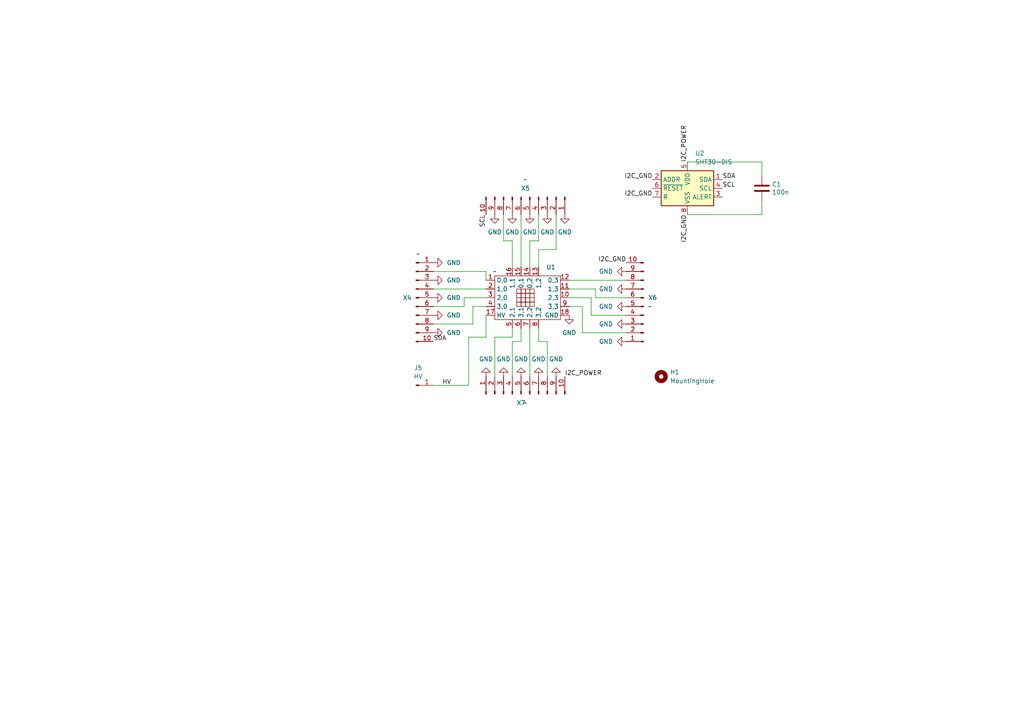
<source format=kicad_sch>
(kicad_sch (version 20230121) (generator eeschema)
  (paper "A4")
  (lib_symbols
    (symbol "Connector:Conn_01x01_Pin" (pin_names (offset 1.016) hide)
      (property "Reference" "J" (at 0 2.54 0))
      (property "Value" "Conn_01x01_Pin" (at 0 -2.54 0))
      (symbol "Conn_01x01_Pin_1_1"
        (polyline (pts (xy 1.27 0) (xy 0.8636 0)) (stroke (width 0.1524)))
        (rectangle (start 0.8636 0.127) (end 0 -0.127) (stroke (width 0.1524)) (fill (type outline)))
        (pin passive line (at 5.08 0 180) (length 3.81) (name "Pin_1") (number "1"))
      )
    )
    (symbol "Connector:Conn_01x10_Pin" (pin_names (offset 1.016) hide)
      (property "Reference" "J" (at 0 12.7 0))
      (property "Value" "Conn_01x10_Pin" (at 0 -15.24 0))
      (symbol "Conn_01x10_Pin_1_1"
        (polyline (pts (xy 1.27 -12.7) (xy 0.8636 -12.7)) (stroke (width 0.1524)))
        (polyline (pts (xy 1.27 -10.16) (xy 0.8636 -10.16)) (stroke (width 0.1524)))
        (polyline (pts (xy 1.27 -7.62) (xy 0.8636 -7.62)) (stroke (width 0.1524)))
        (polyline (pts (xy 1.27 -5.08) (xy 0.8636 -5.08)) (stroke (width 0.1524)))
        (polyline (pts (xy 1.27 -2.54) (xy 0.8636 -2.54)) (stroke (width 0.1524)))
        (polyline (pts (xy 1.27 0) (xy 0.8636 0)) (stroke (width 0.1524)))
        (polyline (pts (xy 1.27 2.54) (xy 0.8636 2.54)) (stroke (width 0.1524)))
        (polyline (pts (xy 1.27 5.08) (xy 0.8636 5.08)) (stroke (width 0.1524)))
        (polyline (pts (xy 1.27 7.62) (xy 0.8636 7.62)) (stroke (width 0.1524)))
        (polyline (pts (xy 1.27 10.16) (xy 0.8636 10.16)) (stroke (width 0.1524)))
        (rectangle (start 0.8636 -12.573) (end 0 -12.827) (stroke (width 0.1524)) (fill (type outline)))
        (rectangle (start 0.8636 -10.033) (end 0 -10.287) (stroke (width 0.1524)) (fill (type outline)))
        (rectangle (start 0.8636 -7.493) (end 0 -7.747) (stroke (width 0.1524)) (fill (type outline)))
        (rectangle (start 0.8636 -4.953) (end 0 -5.207) (stroke (width 0.1524)) (fill (type outline)))
        (rectangle (start 0.8636 -2.413) (end 0 -2.667) (stroke (width 0.1524)) (fill (type outline)))
        (rectangle (start 0.8636 0.127) (end 0 -0.127) (stroke (width 0.1524)) (fill (type outline)))
        (rectangle (start 0.8636 2.667) (end 0 2.413) (stroke (width 0.1524)) (fill (type outline)))
        (rectangle (start 0.8636 5.207) (end 0 4.953) (stroke (width 0.1524)) (fill (type outline)))
        (rectangle (start 0.8636 7.747) (end 0 7.493) (stroke (width 0.1524)) (fill (type outline)))
        (rectangle (start 0.8636 10.287) (end 0 10.033) (stroke (width 0.1524)) (fill (type outline)))
        (pin passive line (at 5.08 10.16 180) (length 3.81) (name "Pin_1") (number "1"))
        (pin passive line (at 5.08 -12.7 180) (length 3.81) (name "Pin_10") (number "10"))
        (pin passive line (at 5.08 7.62 180) (length 3.81) (name "Pin_2") (number "2"))
        (pin passive line (at 5.08 5.08 180) (length 3.81) (name "Pin_3") (number "3"))
        (pin passive line (at 5.08 2.54 180) (length 3.81) (name "Pin_4") (number "4"))
        (pin passive line (at 5.08 0 180) (length 3.81) (name "Pin_5") (number "5"))
        (pin passive line (at 5.08 -2.54 180) (length 3.81) (name "Pin_6") (number "6"))
        (pin passive line (at 5.08 -5.08 180) (length 3.81) (name "Pin_7") (number "7"))
        (pin passive line (at 5.08 -7.62 180) (length 3.81) (name "Pin_8") (number "8"))
        (pin passive line (at 5.08 -10.16 180) (length 3.81) (name "Pin_9") (number "9"))
      )
    )
    (symbol "Device:C" (pin_numbers hide) (pin_names (offset 0.254))
      (property "Reference" "C" (at 0.635 2.54 0))
      (property "Value" "C" (at 0.635 -2.54 0))
      (symbol "C_0_1"
        (polyline (pts (xy -2.032 -0.762) (xy 2.032 -0.762)) (stroke (width 0.508)))
        (polyline (pts (xy -2.032 0.762) (xy 2.032 0.762)) (stroke (width 0.508)))
      )
      (symbol "C_1_1"
        (pin passive line (at 0 3.81 270) (length 2.794) (name "~") (number "1"))
        (pin passive line (at 0 -3.81 90) (length 2.794) (name "~") (number "2"))
      )
    )
    (symbol "Mechanical:MountingHole" (pin_names (offset 1.016))
      (property "Reference" "H" (at 0 5.08 0))
      (property "Value" "MountingHole" (at 0 3.175 0))
      (symbol "MountingHole_0_1"
        (circle (center 0 0) (radius 1.27) (stroke (width 1.27)))
      )
    )
    (symbol "Sensor_Humidity:SHT30-DIS"
      (property "Reference" "U" (at -6.35 6.35 0))
      (property "Value" "SHT30-DIS" (at 6.35 6.35 0))
      (symbol "SHT30-DIS_0_1"
        (rectangle (start -7.62 5.08) (end 7.62 -5.08) (stroke (width 0.254)) (fill (type background)))
      )
      (symbol "SHT30-DIS_1_1"
        (pin bidirectional line (at 10.16 2.54 180) (length 2.54) (name "SDA") (number "1"))
        (pin input line (at -10.16 2.54 0) (length 2.54) (name "ADDR") (number "2"))
        (pin output line (at 10.16 -2.54 180) (length 2.54) (name "ALERT") (number "3"))
        (pin input line (at 10.16 0 180) (length 2.54) (name "SCL") (number "4"))
        (pin power_in line (at 0 7.62 270) (length 2.54) (name "VDD") (number "5"))
        (pin input line (at -10.16 0 0) (length 2.54) (name "~{RESET}") (number "6"))
        (pin passive line (at -10.16 -2.54 0) (length 2.54) (name "R") (number "7"))
        (pin power_in line (at 0 -7.62 90) (length 2.54) (name "VSS") (number "8"))
        (pin passive line (at 0 -7.62 90) (length 2.54) hide (name "VSS") (number "9"))
      )
    )
    (symbol "chubut:4x4_TI-LGAD"
      (property "Reference" "U" (at 17.78 3.81 0))
      (symbol "4x4_TI-LGAD_0_1"
        (rectangle (start 2.54 1.27) (end 21.59 -11.43))
        (rectangle (start 8.89 -6.35) (end 10.16 -7.62))
        (rectangle (start 8.89 -5.08) (end 10.16 -6.35))
        (rectangle (start 8.89 -3.81) (end 10.16 -5.08))
        (rectangle (start 8.89 -2.54) (end 10.16 -3.81))
        (rectangle (start 10.16 -6.35) (end 11.43 -7.62))
        (rectangle (start 10.16 -5.08) (end 11.43 -6.35))
        (rectangle (start 10.16 -3.81) (end 11.43 -5.08))
        (rectangle (start 10.16 -2.54) (end 11.43 -3.81))
        (rectangle (start 11.43 -6.35) (end 12.7 -7.62))
        (rectangle (start 11.43 -5.08) (end 12.7 -6.35))
        (rectangle (start 11.43 -3.81) (end 12.7 -5.08))
        (rectangle (start 11.43 -2.54) (end 12.7 -3.81))
        (rectangle (start 12.7 -6.35) (end 13.97 -7.62))
        (rectangle (start 12.7 -5.08) (end 13.97 -6.35))
        (rectangle (start 12.7 -3.81) (end 13.97 -5.08))
        (rectangle (start 12.7 -2.54) (end 13.97 -3.81))
      )
      (symbol "4x4_TI-LGAD_1_1"
        (pin output line (at 0 0 0) (length 2.54) (name "0,0") (number "1"))
        (pin output line (at 24.13 -5.08 180) (length 2.54) (name "2,3") (number "10"))
        (pin output line (at 24.13 -2.54 180) (length 2.54) (name "1,3") (number "11"))
        (pin output line (at 24.13 0 180) (length 2.54) (name "0,3") (number "12"))
        (pin output line (at 15.24 3.81 270) (length 2.54) (name "1,2") (number "13"))
        (pin output line (at 12.7 3.81 270) (length 2.54) (name "0,2") (number "14"))
        (pin output line (at 10.16 3.81 270) (length 2.54) (name "0,1") (number "15"))
        (pin output line (at 7.62 3.81 270) (length 2.54) (name "1,1") (number "16"))
        (pin input line (at 0 -10.16 0) (length 2.54) (name "HV") (number "17"))
        (pin input line (at 24.13 -10.16 180) (length 2.54) (name "GND") (number "18"))
        (pin output line (at 0 -2.54 0) (length 2.54) (name "1,0") (number "2"))
        (pin output line (at 0 -5.08 0) (length 2.54) (name "2,0") (number "3"))
        (pin output line (at 0 -7.62 0) (length 2.54) (name "3,0") (number "4"))
        (pin output line (at 7.62 -13.97 90) (length 2.54) (name "2,1") (number "5"))
        (pin output line (at 10.16 -13.97 90) (length 2.54) (name "3,1") (number "6"))
        (pin output line (at 12.7 -13.97 90) (length 2.54) (name "2,2") (number "7"))
        (pin output line (at 15.24 -13.97 90) (length 2.54) (name "3,2") (number "8"))
        (pin output line (at 24.13 -7.62 180) (length 2.54) (name "3,3") (number "9"))
      )
    )
    (symbol "power:GND" (power) (pin_names (offset 0))
      (property "Value" "GND" (at 0 -3.81 0))
      (symbol "GND_0_1"
        (polyline (pts (xy 0 0) (xy 0 -1.27) (xy 1.27 -1.27) (xy 0 -2.54) (xy -1.27 -1.27) (xy 0 -1.27)))
      )
      (symbol "GND_1_1"
        (pin power_in line (at 0 0 270) (length 0) hide (name "GND") (number "1"))
      )
    )
  )
  (wire (pts (xy 165.1 81.28) (xy 181.61 81.28)))
  (wire (pts (xy 143.51 109.22) (xy 143.51 97.79)))
  (wire (pts (xy 158.75 99.06) (xy 156.21 99.06)))
  (wire (pts (xy 125.73 83.82) (xy 140.97 83.82)))
  (wire (pts (xy 137.16 88.9) (xy 140.97 88.9)))
  (wire (pts (xy 158.75 109.22) (xy 158.75 99.06)))
  (wire (pts (xy 161.29 72.39) (xy 161.29 62.23)))
  (wire (pts (xy 165.1 86.36) (xy 171.45 86.36)))
  (wire (pts (xy 156.21 72.39) (xy 161.29 72.39)))
  (wire (pts (xy 125.73 78.74) (xy 140.97 78.74)))
  (wire (pts (xy 172.72 83.82) (xy 172.72 86.36)))
  (wire (pts (xy 125.73 111.76) (xy 135.89 111.76)))
  (wire (pts (xy 181.61 96.52) (xy 168.91 96.52)))
  (wire (pts (xy 171.45 91.44) (xy 181.61 91.44)))
  (wire (pts (xy 134.62 88.9) (xy 134.62 86.36)))
  (wire (pts (xy 168.91 96.52) (xy 168.91 88.9)))
  (wire (pts (xy 153.67 69.85) (xy 156.21 69.85)))
  (wire (pts (xy 140.97 97.79) (xy 140.97 91.44)))
  (wire (pts (xy 134.62 86.36) (xy 140.97 86.36)))
  (wire (pts (xy 148.59 69.85) (xy 146.05 69.85)))
  (wire (pts (xy 146.05 69.85) (xy 146.05 62.23)))
  (wire (pts (xy 172.72 86.36) (xy 181.61 86.36)))
  (wire (pts (xy 156.21 99.06) (xy 156.21 95.25)))
  (wire (pts (xy 151.13 99.06) (xy 151.13 95.25)))
  (wire (pts (xy 143.51 97.79) (xy 148.59 97.79)))
  (wire (pts (xy 220.98 62.23) (xy 199.39 62.23)))
  (wire (pts (xy 148.59 97.79) (xy 148.59 95.25)))
  (wire (pts (xy 220.98 46.99) (xy 199.39 46.99)))
  (wire (pts (xy 140.97 78.74) (xy 140.97 81.28)))
  (wire (pts (xy 135.89 111.76) (xy 135.89 97.79)))
  (wire (pts (xy 125.73 88.9) (xy 134.62 88.9)))
  (wire (pts (xy 125.73 93.98) (xy 137.16 93.98)))
  (wire (pts (xy 153.67 95.25) (xy 153.67 109.22)))
  (wire (pts (xy 168.91 88.9) (xy 165.1 88.9)))
  (wire (pts (xy 156.21 77.47) (xy 156.21 72.39)))
  (wire (pts (xy 220.98 50.8) (xy 220.98 46.99)))
  (wire (pts (xy 151.13 62.23) (xy 151.13 77.47)))
  (wire (pts (xy 153.67 77.47) (xy 153.67 69.85)))
  (wire (pts (xy 220.98 58.42) (xy 220.98 62.23)))
  (wire (pts (xy 135.89 97.79) (xy 140.97 97.79)))
  (wire (pts (xy 148.59 109.22) (xy 148.59 99.06)))
  (wire (pts (xy 156.21 69.85) (xy 156.21 62.23)))
  (wire (pts (xy 171.45 86.36) (xy 171.45 91.44)))
  (wire (pts (xy 137.16 93.98) (xy 137.16 88.9)))
  (wire (pts (xy 165.1 83.82) (xy 172.72 83.82)))
  (wire (pts (xy 148.59 99.06) (xy 151.13 99.06)))
  (wire (pts (xy 148.59 77.47) (xy 148.59 69.85)))
  (label "SDA" (at 125.73 99.06 0))
  (label "SCL" (at 209.55 54.61 0))
  (label "I2C_POWER" (at 163.83 109.22 0))
  (label "I2C_GND" (at 199.39 62.23 270))
  (label "SCL" (at 140.97 62.23 270))
  (label "I2C_GND" (at 189.23 52.07 180))
  (label "I2C_POWER" (at 199.39 46.99 90))
  (label "HV" (at 128.27 111.76 0))
  (label "I2C_GND" (at 181.61 76.2 180))
  (label "I2C_GND" (at 189.23 57.15 180))
  (label "SDA" (at 209.55 52.07 0))
  (symbol (lib_id "power:GND") (at 143.51 62.23 0) (unit 1)
    (property "Reference" "#PWR020" (effects hide))
    (property "Value" "GND" (at 143.51 67.31 0))
  )
  (symbol (lib_id "Connector:Conn_01x10_Pin") (at 151.13 114.3 90) (unit 1)
    (property "Reference" "X7" (at 151.13 116.84 90))
    (property "Value" "~" (at 152.4 116.84 90))
    (property "Footprint" "chubut:FSI-110-03-G-S-M-AD" (effects hide))
  )
  (symbol (lib_id "power:GND") (at 146.05 109.22 180) (unit 1)
    (property "Reference" "#PWR07" (effects hide))
    (property "Value" "GND" (at 146.05 104.14 0))
  )
  (symbol (lib_id "Connector:Conn_01x10_Pin") (at 120.65 86.36 0) (unit 1)
    (property "Reference" "X4" (at 118.11 86.36 0))
    (property "Value" "~" (at 121.285 73.66 0))
    (property "Footprint" "chubut:FSI-110-03-G-S-M-AD" (effects hide))
  )
  (symbol (lib_id "power:GND") (at 148.59 62.23 0) (unit 1)
    (property "Reference" "#PWR019" (effects hide))
    (property "Value" "GND" (at 148.59 67.31 0))
  )
  (symbol (lib_id "Connector:Conn_01x10_Pin") (at 153.67 57.15 270) (unit 1)
    (property "Reference" "X5" (at 152.4 54.61 90))
    (property "Value" "~" (at 152.4 52.07 90))
    (property "Footprint" "chubut:FSI-110-03-G-S-M-AD" (effects hide))
  )
  (symbol (lib_id "power:GND") (at 158.75 62.23 0) (unit 1)
    (property "Reference" "#PWR017" (effects hide))
    (property "Value" "GND" (at 158.75 67.31 0))
  )
  (symbol (lib_id "power:GND") (at 181.61 78.74 270) (unit 1)
    (property "Reference" "#PWR015" (effects hide))
    (property "Value" "GND" (at 177.8 78.74 90) (effects (justify right)))
  )
  (symbol (lib_id "power:GND") (at 125.73 81.28 90) (unit 1)
    (property "Reference" "#PWR02" (effects hide))
    (property "Value" "GND" (at 129.54 81.28 90) (effects (justify right)))
  )
  (symbol (lib_id "power:GND") (at 156.21 109.22 180) (unit 1)
    (property "Reference" "#PWR09" (effects hide))
    (property "Value" "GND" (at 156.21 104.14 0))
  )
  (symbol (lib_id "Connector:Conn_01x01_Pin") (at 120.65 111.76 0) (unit 1)
    (property "Reference" "J5" (at 121.285 106.68 0))
    (property "Value" "HV" (at 121.285 109.22 0))
    (property "Footprint" "chubut:pogo_pin_mating_pad" (effects hide))
  )
  (symbol (lib_id "power:GND") (at 181.61 88.9 270) (unit 1)
    (property "Reference" "#PWR013" (effects hide))
    (property "Value" "GND" (at 177.8 88.9 90) (effects (justify right)))
  )
  (symbol (lib_id "Connector:Conn_01x10_Pin") (at 186.69 88.9 180) (unit 1)
    (property "Reference" "X6" (at 187.96 86.36 0) (effects (justify right)))
    (property "Value" "~" (at 187.96 88.9 0) (effects (justify right)))
    (property "Footprint" "chubut:FSI-110-03-G-S-M-AD" (effects hide))
  )
  (symbol (lib_id "power:GND") (at 163.83 62.23 0) (unit 1)
    (property "Reference" "#PWR016" (effects hide))
    (property "Value" "GND" (at 163.83 67.31 0))
  )
  (symbol (lib_id "power:GND") (at 125.73 76.2 90) (unit 1)
    (property "Reference" "#PWR01" (effects hide))
    (property "Value" "GND" (at 129.54 76.2 90) (effects (justify right)))
  )
  (symbol (lib_id "power:GND") (at 125.73 86.36 90) (unit 1)
    (property "Reference" "#PWR03" (effects hide))
    (property "Value" "GND" (at 129.54 86.36 90) (effects (justify right)))
  )
  (symbol (lib_id "power:GND") (at 125.73 91.44 90) (unit 1)
    (property "Reference" "#PWR04" (effects hide))
    (property "Value" "GND" (at 129.54 91.44 90) (effects (justify right)))
  )
  (symbol (lib_id "power:GND") (at 125.73 96.52 90) (unit 1)
    (property "Reference" "#PWR05" (effects hide))
    (property "Value" "GND" (at 129.54 96.52 90) (effects (justify right)))
  )
  (symbol (lib_id "power:GND") (at 181.61 99.06 270) (unit 1)
    (property "Reference" "#PWR011" (effects hide))
    (property "Value" "GND" (at 177.8 99.06 90) (effects (justify right)))
  )
  (symbol (lib_id "chubut:4x4_TI-LGAD") (at 140.97 81.28 0) (unit 1)
    (property "Reference" "U1" (at 158.4041 77.47 0) (effects (justify left)))
    (property "Value" "~" (at 143.51 78.74 0))
    (property "Footprint" "chubut:4x4_DUT_1" (effects hide))
  )
  (symbol (lib_id "power:GND") (at 165.1 91.44 0) (unit 1)
    (property "Reference" "#PWR021" (effects hide))
    (property "Value" "GND" (at 165.1 96.52 0))
  )
  (symbol (lib_id "Mechanical:MountingHole") (at 191.77 109.22 0) (unit 1)
    (property "Reference" "H1" (at 194.31 107.95 0) (effects (justify left)))
    (property "Value" "MountingHole" (at 194.31 110.49 0) (effects (justify left)))
    (property "Footprint" "chubut:alignment_hole" (effects hide))
  )
  (symbol (lib_id "power:GND") (at 181.61 83.82 270) (unit 1)
    (property "Reference" "#PWR014" (effects hide))
    (property "Value" "GND" (at 177.8 83.82 90) (effects (justify right)))
  )
  (symbol (lib_id "Device:C") (at 220.98 54.61 0) (unit 1)
    (property "Reference" "C1" (at 223.901 53.4416 0) (effects (justify left)))
    (property "Value" "100n" (at 223.901 55.753 0) (effects (justify left)))
    (property "Footprint" "Capacitor_SMD:C_0402_1005Metric" (effects hide))
    (property "Manufacturer number" "CL05A104KA5NNNC" (effects hide))
    (property "Vendor" "https://www.digikey.ch/product-detail/en/samsung-electro-mechanics/CL05A104KA5NNNC/1276-1043-1-ND/3889129" (effects hide))
  )
  (symbol (lib_id "power:GND") (at 140.97 109.22 180) (unit 1)
    (property "Reference" "#PWR06" (effects hide))
    (property "Value" "GND" (at 140.97 104.14 0))
  )
  (symbol (lib_id "power:GND") (at 181.61 93.98 270) (unit 1)
    (property "Reference" "#PWR012" (effects hide))
    (property "Value" "GND" (at 177.8 93.98 90) (effects (justify right)))
  )
  (symbol (lib_id "power:GND") (at 161.29 109.22 180) (unit 1)
    (property "Reference" "#PWR010" (effects hide))
    (property "Value" "GND" (at 161.29 104.14 0))
  )
  (symbol (lib_id "power:GND") (at 151.13 109.22 180) (unit 1)
    (property "Reference" "#PWR08" (effects hide))
    (property "Value" "GND" (at 151.13 104.14 0))
  )
  (symbol (lib_id "Sensor_Humidity:SHT30-DIS") (at 199.39 54.61 0) (unit 1)
    (property "Reference" "U2" (at 201.5841 44.45 0) (effects (justify left)))
    (property "Value" "SHT30-DIS" (at 201.5841 46.99 0) (effects (justify left)))
    (property "Footprint" "Sensor_Humidity:Sensirion_DFN-8-1EP_2.5x2.5mm_P0.5mm_EP1.1x1.7mm" (effects hide))
    (property "Datasheet" "https://www.sensirion.com/fileadmin/user_upload/customers/sensirion/Dokumente/2_Humidity_Sensors/Datasheets/Sensirion_Humidity_Sensors_SHT3x_Datasheet_digital.pdf" (effects hide))
  )
  (symbol (lib_id "power:GND") (at 153.67 62.23 0) (unit 1)
    (property "Reference" "#PWR018" (effects hide))
    (property "Value" "GND" (at 153.67 67.31 0))
  )
)
</source>
